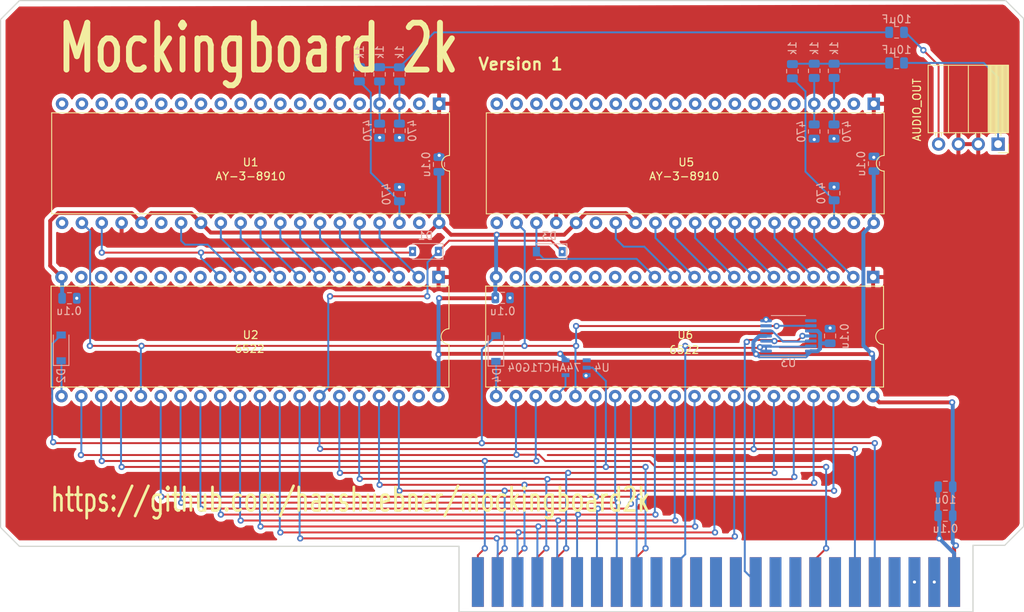
<source format=kicad_pcb>
(kicad_pcb (version 20211014) (generator pcbnew)
  (title_block (title "Apple II 32-GPIO Card") (date "2018-09-14") (rev "0.1") (company "Scott Alfter"))
  (layers (0 "F.Cu" signal) (31 "B.Cu" signal) (34 "B.Paste" user) (35 "F.Paste" user) (36 "B.SilkS" user "B.Silkscreen") (37 "F.SilkS" user "F.Silkscreen") (38 "B.Mask" user) (39 "F.Mask" user) (44 "Edge.Cuts" user))
  (net 0 "")
  (net 1 "Net-(C2-Pad1)")
  (net 2 "AUDIO_R")
  (net 3 "7M")
  (net 4 "AUDIO_L")
  (net 5 "Net-(R1-Pad1)")
  (net 6 "PB0")
  (net 7 "PB1")
  (net 8 "PB2")
  (net 9 "Net-(R3-Pad1)")
  (net 10 "Net-(R11-Pad1)")
  (net 11 "Net-(R12-Pad1)")
  (net 12 "PD0")
  (net 13 "PD1")
  (net 14 "PD2")
  (net 15 "VCC")
  (net 16 "GND")
  (net 17 "Net-(P1-Pad24)")
  (net 18 "Net-(P1-Pad23)")
  (net 19 "Net-(R10-Pad1)")
  (net 20 "Net-(U3-Pad12)")
  (net 21 "R~{W}")
  (net 23 "A3")
  (net 24 "A2")
  (net 25 "A1")
  (net 26 "A0")
  (net 27 "~{IOSEL}")
  (net 28 "~{IRQ}")
  (net 29 "~{RES}")
  (net 30 "PHI0")
  (net 34 "D0")
  (net 35 "D1")
  (net 36 "D2")
  (net 37 "D3")
  (net 38 "D4")
  (net 39 "D5")
  (net 40 "D6")
  (net 41 "D7")
  (net 42 "A7")
  (net 44 "PHI2")
  (net 47 "Net-(C1-Pad1)")
  (net 48 "Net-(D2-Pad1)")
  (net 69 "Net-(U4-Pad4)")
  (net 71 "Net-(D4-Pad1)")
  (net 72 "Net-(R2-Pad1)")
  (net 76 "Net-(U1-Pad30)")
  (net 77 "Net-(U1-Pad31)")
  (net 78 "Net-(U1-Pad32)")
  (net 79 "Net-(U1-Pad33)")
  (net 80 "Net-(U1-Pad34)")
  (net 81 "Net-(U1-Pad35)")
  (net 82 "Net-(U1-Pad36)")
  (net 83 "Net-(U1-Pad37)")
  (net 120 "Net-(U5-Pad30)")
  (net 121 "Net-(U5-Pad31)")
  (net 122 "Net-(U5-Pad32)")
  (net 123 "Net-(U5-Pad33)")
  (net 124 "Net-(U5-Pad34)")
  (net 125 "Net-(U5-Pad35)")
  (net 126 "Net-(U5-Pad36)")
  (net 127 "Net-(U5-Pad37)")
  (footprint "apple2-bus:Male_Card-Edge_50_pin__100_mil" (layer "F.Cu") (at 167.259 139.446)
    (fp_text reference "P1" hide)
    (fp_text value "A2Bus" hide)
  )
  (footprint "Package_DIP:DIP-40_W15.24mm" (layer "F.Cu") (at 131.747358 100.411 -90)
    (fp_text reference "U2")
    (fp_text value "6522")
  )
  (footprint "Package_DIP:DIP-40_W15.24mm" (layer "F.Cu") (at 131.821 78.227 -90)
    (fp_text reference "U1")
    (fp_text value "AY-3-8910")
  )
  (footprint "Connector_PinSocket_2.54mm:PinSocket_1x04_P2.54mm_Horizontal" (layer "F.Cu") (at 203.367 83.394 -90)
    (fp_text reference "J1" hide)
    (fp_text value "AUDIO_OUT")
  )
  (footprint "Package_DIP:DIP-40_W15.24mm" (layer "F.Cu") (at 187.452 78.232 -90)
    (fp_text reference "U5")
    (fp_text value "AY-3-8910")
  )
  (footprint "Package_DIP:DIP-40_W15.24mm" (layer "F.Cu") (at 187.373358 100.411 -90)
    (fp_text reference "U6")
    (fp_text value "6522")
  )
  (footprint "Capacitor_SMD:C_0805_2012Metric" (layer "B.Cu") (at 196.6214 127.254 180)
    (fp_text reference "C3" hide)
    (fp_text value "10u")
  )
  (footprint "Capacitor_SMD:C_0805_2012Metric" (layer "B.Cu") (at 187.4774 85.9028 90)
    (fp_text reference "C4" hide)
    (fp_text value "0.1u")
  )
  (footprint "Capacitor_SMD:C_0805_2012Metric" (layer "B.Cu") (at 139.954 103.0732)
    (fp_text reference "C5" hide)
    (fp_text value "0.1u")
  )
  (footprint "Capacitor_SMD:C_0805_2012Metric" (layer "B.Cu") (at 181.864 107.95 90)
    (fp_text reference "C6" hide)
    (fp_text value "0.1u")
  )
  (footprint "Capacitor_SMD:C_0805_2012Metric" (layer "B.Cu") (at 84.5035 103.124)
    (fp_text reference "C7" hide)
    (fp_text value "0.1u")
  )
  (footprint "Capacitor_SMD:C_0805_2012Metric" (layer "B.Cu") (at 131.8006 86.0044 90)
    (fp_text reference "C8" hide)
    (fp_text value "0.1u")
  )
  (footprint "Capacitor_SMD:C_0805_2012Metric" (layer "B.Cu") (at 196.6214 130.9624 180)
    (fp_text reference "C9" hide)
    (fp_text value "0.1u")
  )
  (footprint "Diode_SMD:D_SOD-123" (layer "B.Cu") (at 83.439 109.474 90)
    (fp_text reference "D2")
    (fp_text value "BAT54GW")
  )
  (footprint "Diode_SMD:D_SOD-123" (layer "B.Cu") (at 139.08991 109.553625 90)
    (fp_text reference "D4")
    (fp_text value "BAT54GW")
  )
  (footprint "Resistor_SMD:R_0805_2012Metric" (layer "B.Cu") (at 182.372 74.0175 90)
    (fp_text reference "R8" hide)
    (fp_text value "1k")
  )
  (footprint "Resistor_SMD:R_0805_2012Metric" (layer "B.Cu") (at 182.375873 89.674312 90)
    (fp_text reference "R12" hide)
    (fp_text value "470")
  )
  (footprint "Capacitor_SMD:C_0805_2012Metric" (layer "B.Cu") (at 190.373 69.088)
    (fp_text reference "C1" hide)
    (fp_text value "10μF")
  )
  (footprint "Diode_SMD:D_SOD-123" (layer "B.Cu") (at 145.923 97.155 180)
    (fp_text reference "D3")
    (fp_text value "BAT54GW")
  )
  (footprint "Resistor_SMD:R_0805_2012Metric" (layer "B.Cu") (at 179.832 74.0175 90)
    (fp_text reference "R7" hide)
    (fp_text value "1k")
  )
  (footprint "Resistor_SMD:R_0805_2012Metric" (layer "B.Cu") (at 182.360676 81.785014 -90)
    (fp_text reference "R11" hide)
    (fp_text value "470")
  )
  (footprint "74ahct1g04:74AHCT1G04W5-7" (layer "B.Cu") (at 149.352 112.014 180)
    (fp_text reference "U4")
    (fp_text value "74AHCT1G04")
  )
  (footprint "Resistor_SMD:R_0805_2012Metric" (layer "B.Cu") (at 126.735478 81.679728 -90)
    (fp_text reference "R5" hide)
    (fp_text value "470")
  )
  (footprint "Resistor_SMD:R_0805_2012Metric" (layer "B.Cu") (at 179.824981 81.785014 -90)
    (fp_text reference "R10" hide)
    (fp_text value "470")
  )
  (footprint "Diode_SMD:D_SOD-123" (layer "B.Cu") (at 130.0734 97.1296 180)
    (fp_text reference "D1")
    (fp_text value "BAT54GW")
  )
  (footprint "Resistor_SMD:R_0805_2012Metric" (layer "B.Cu") (at 124.197612 81.682629 -90)
    (fp_text reference "R4" hide)
    (fp_text value "470")
  )
  (footprint "Package_SO:TSSOP-14_4.4x5mm_P0.65mm" (layer "B.Cu") (at 176.53 107.95)
    (fp_text reference "U3")
    (fp_text value "74HCT74")
  )
  (footprint "Resistor_SMD:R_0805_2012Metric" (layer "B.Cu") (at 126.739416 74.472193 90)
    (fp_text reference "R2" hide)
    (fp_text value "1k")
  )
  (footprint "Resistor_SMD:R_0805_2012Metric" (layer "B.Cu") (at 124.193075 74.460087 90)
    (fp_text reference "R1" hide)
    (fp_text value "1k")
  )
  (footprint "Resistor_SMD:R_0805_2012Metric" (layer "B.Cu") (at 121.621733 74.452124 90)
    (fp_text reference "R3" hide)
    (fp_text value "1k")
  )
  (footprint "Capacitor_SMD:C_0805_2012Metric" (layer "B.Cu") (at 190.373 73.0015)
    (fp_text reference "C2" hide)
    (fp_text value "10μF")
  )
  (footprint "Resistor_SMD:R_0805_2012Metric" (layer "B.Cu") (at 177.038 74.0645 90)
    (fp_text reference "R9" hide)
    (fp_text value "1k")
  )
  (footprint "Resistor_SMD:R_0805_2012Metric" (layer "B.Cu") (at 126.739686 89.800431 90)
    (fp_text reference "R6" hide)
    (fp_text value "470")
  )
  (gr_line (start 204.343 65.024) (end 78.105 65.024) (layer "Edge.Cuts") (width 0.15))
  (gr_line (start 75.692 67.437) (end 75.692 132.461) (layer "Edge.Cuts") (width 0.15))
  (gr_line (start 200.152 134.747) (end 204.216 134.747) (layer "Edge.Cuts") (width 0.15))
  (gr_line (start 204.216 134.747) (end 206.629 132.334) (layer "Edge.Cuts") (width 0.15))
  (gr_line (start 134.366 134.874) (end 134.366 143.256) (layer "Edge.Cuts") (width 0.15))
  (gr_line (start 75.692 132.461) (end 78.105 134.874) (layer "Edge.Cuts") (width 0.15))
  (gr_line (start 206.629 132.334) (end 206.629 67.31) (layer "Edge.Cuts") (width 0.15))
  (gr_line (start 134.366 143.256) (end 200.152 143.256) (layer "Edge.Cuts") (width 0.15))
  (gr_line (start 78.105 134.874) (end 134.366 134.874) (layer "Edge.Cuts") (width 0.15))
  (gr_line (start 200.152 143.256) (end 200.152 134.747) (layer "Edge.Cuts") (width 0.15))
  (gr_line (start 78.105 65.024) (end 75.692 67.437) (layer "Edge.Cuts") (width 0.15))
  (gr_line (start 206.629 67.31) (end 204.343 65.024) (layer "Edge.Cuts") (width 0.15))
  (gr_text "Version 1" (at 142.24 73.152) (layer "F.SilkS") (effects (font (size 1.5 1.5) (thickness 0.3))))
  (gr_text "Mockingboard 2k" (at 82.677 71.12) (layer "F.SilkS") (effects (font (size 6 4) (thickness 0.75)) (justify left)))
  (gr_text "https://github.com/hanshuebner/mockingboard2k" (at 81.915 128.905) (layer "F.SilkS") (effects (font (size 3 2) (thickness 0.35)) (justify left)))
  (segment (start 179.832 73.105) (end 182.372 73.105) (width 0.25) (layer "B.Cu") (net 1))
  (segment (start 177.085 73.105) (end 179.832 73.105) (width 0.25) (layer "B.Cu") (net 1))
  (segment (start 182.372 73.105) (end 189.3195 73.105) (width 0.25) (layer "B.Cu") (net 1))
  (segment (start 177.038 73.152) (end 177.085 73.105) (width 0.25) (layer "B.Cu") (net 1))
  (segment (start 189.3195 73.105) (end 189.423 73.0015) (width 0.25) (layer "B.Cu") (net 1))
  (segment (start 203.367 74.843) (end 203.367 83.394) (width 0.25) (layer "B.Cu") (net 2))
  (segment (start 191.323 73.0015) (end 201.5255 73.0015) (width 0.25) (layer "B.Cu") (net 2))
  (segment (start 201.5255 73.0015) (end 203.367 74.843) (width 0.25) (layer "B.Cu") (net 2))
  (segment (start 171.196 108.458) (end 171.196 108.712) (width 0.25) (layer "F.Cu") (net 3))
  (segment (start 174.595204 108.458) (end 171.196 108.458) (width 0.25) (layer "F.Cu") (net 3))
  (segment (start 177.672795 108.6) (end 178.322795 107.95) (width 0.25) (layer "F.Cu") (net 3))
  (segment (start 174.737204 108.6) (end 174.595204 108.458) (width 0.25) (layer "F.Cu") (net 3))
  (segment (start 174.737204 108.6) (end 177.672795 108.6) (width 0.25) (layer "F.Cu") (net 3))
  (via (at 174.737204 108.6) (size 0.8) (drill 0.4) (layers "F.Cu" "B.Cu") (net 3))
  (via (at 178.322795 107.95) (size 0.8) (drill 0.4) (layers "F.Cu" "B.Cu") (net 3))
  (via (at 171.196 108.712) (size 0.8) (drill 0.4) (layers "F.Cu" "B.Cu") (net 3))
  (segment (start 170.942 108.966) (end 171.196 108.712) (width 0.25) (layer "B.Cu") (net 3))
  (segment (start 178.322795 107.95) (end 179.3925 107.95) (width 0.25) (layer "B.Cu") (net 3))
  (segment (start 170.942 138.049) (end 170.942 108.966) (width 0.25) (layer "B.Cu") (net 3))
  (segment (start 172.339 139.446) (end 170.942 138.049) (width 0.25) (layer "B.Cu") (net 3))
  (segment (start 174.737204 108.6) (end 173.6675 108.6) (width 0.25) (layer "B.Cu") (net 3))
  (segment (start 195.747 73.319) (end 193.802 71.374) (width 0.25) (layer "F.Cu") (net 4))
  (segment (start 195.747 83.394) (end 195.747 73.319) (width 0.25) (layer "F.Cu") (net 4))
  (via (at 193.802 71.374) (size 0.8) (drill 0.4) (layers "F.Cu" "B.Cu") (net 4))
  (segment (start 191.323 69.088) (end 191.516 69.088) (width 0.25) (layer "B.Cu") (net 4))
  (segment (start 191.516 69.088) (end 193.802 71.374) (width 0.25) (layer "B.Cu") (net 4))
  (segment (start 124.193075 75.372587) (end 124.201 75.380512) (width 0.25) (layer "B.Cu") (net 5))
  (segment (start 124.201 75.380512) (end 124.201 78.227) (width 0.25) (layer "B.Cu") (net 5))
  (segment (start 124.201 78.227) (end 124.201 80.766741) (width 0.25) (layer "B.Cu") (net 5))
  (segment (start 124.201 80.766741) (end 124.197612 80.770129) (width 0.25) (layer "B.Cu") (net 5))
  (segment (start 103.881 95.404642) (end 103.881 93.467) (width 0.25) (layer "B.Cu") (net 6))
  (segment (start 108.887358 100.411) (end 103.881 95.404642) (width 0.25) (layer "B.Cu") (net 6))
  (segment (start 102.202358 96.266) (end 99.314 96.266) (width 0.25) (layer "B.Cu") (net 7))
  (segment (start 98.801 95.753) (end 98.801 93.467) (width 0.25) (layer "B.Cu") (net 7))
  (segment (start 106.347358 100.411) (end 102.202358 96.266) (width 0.25) (layer "B.Cu") (net 7))
  (segment (start 99.314 96.266) (end 98.801 95.753) (width 0.25) (layer "B.Cu") (net 7))
  (segment (start 88.646 97.282) (end 128.271 97.282) (width 0.25) (layer "F.Cu") (net 8))
  (segment (start 128.271 97.282) (end 128.4234 97.1296) (width 0.25) (layer "F.Cu") (net 8))
  (via (at 88.646 97.282) (size 0.8) (drill 0.4) (layers "F.Cu" "B.Cu") (net 8))
  (via (at 128.4234 97.1296) (size 0.8) (drill 0.4) (layers "F.Cu" "B.Cu") (net 8))
  (via (at 101.346 97.282) (size 0.8) (drill 0.4) (layers "F.Cu" "B.Cu") (net 8))
  (segment (start 88.641 97.277) (end 88.641 93.467) (width 0.25) (layer "B.Cu") (net 8))
  (segment (start 103.807358 100.411) (end 101.346 97.949642) (width 0.25) (layer "B.Cu") (net 8))
  (segment (start 101.346 97.949642) (end 101.346 97.282) (width 0.25) (layer "B.Cu") (net 8))
  (segment (start 88.646 97.282) (end 88.641 97.277) (width 0.25) (layer "B.Cu") (net 8))
  (segment (start 126.739686 90.712931) (end 123.076489 87.049734) (width 0.25) (layer "B.Cu") (net 9))
  (segment (start 123.076489 87.049734) (end 123.076489 76.81938) (width 0.25) (layer "B.Cu") (net 9))
  (segment (start 126.741 93.467) (end 126.741 90.714245) (width 0.25) (layer "B.Cu") (net 9))
  (segment (start 123.076489 76.81938) (end 121.621733 75.364624) (width 0.25) (layer "B.Cu") (net 9))
  (segment (start 126.741 90.714245) (end 126.739686 90.712931) (width 0.25) (layer "B.Cu") (net 9))
  (segment (start 182.372 80.86119) (end 182.372 78.232) (width 0.25) (layer "B.Cu") (net 10))
  (segment (start 182.360676 80.872514) (end 182.372 80.86119) (width 0.25) (layer "B.Cu") (net 10))
  (segment (start 182.372 78.232) (end 182.372 74.93) (width 0.25) (layer "B.Cu") (net 10))
  (segment (start 182.375873 90.586812) (end 178.707489 86.918428) (width 0.25) (layer "B.Cu") (net 11))
  (segment (start 182.372 90.590685) (end 182.372 93.472) (width 0.25) (layer "B.Cu") (net 11))
  (segment (start 178.707489 86.918428) (end 178.707489 76.646489) (width 0.25) (layer "B.Cu") (net 11))
  (segment (start 178.707489 76.646489) (end 177.038 74.977) (width 0.25) (layer "B.Cu") (net 11))
  (segment (start 182.375873 90.586812) (end 182.372 90.590685) (width 0.25) (layer "B.Cu") (net 11))
  (segment (start 164.513358 100.411) (end 159.512 95.409642) (width 0.25) (layer "B.Cu") (net 12))
  (segment (start 159.512 95.409642) (end 159.512 93.472) (width 0.25) (layer "B.Cu") (net 12))
  (segment (start 154.432 95.504) (end 154.432 93.472) (width 0.25) (layer "B.Cu") (net 13))
  (segment (start 158.082358 96.52) (end 155.448 96.52) (width 0.25) (layer "B.Cu") (net 13))
  (segment (start 161.973358 100.411) (end 158.082358 96.52) (width 0.25) (layer "B.Cu") (net 13))
  (segment (start 155.448 96.52) (end 154.432 95.504) (width 0.25) (layer "B.Cu") (net 13))
  (segment (start 144.273 93.473) (end 144.272 93.472) (width 0.25) (layer "B.Cu") (net 14))
  (segment (start 144.273 97.155) (end 144.273 93.473) (width 0.25) (layer "B.Cu") (net 14))
  (segment (start 157.101869 98.079511) (end 159.433358 100.411) (width 0.25) (layer "B.Cu") (net 14))
  (segment (start 144.273 97.155) (end 145.197511 98.079511) (width 0.25) (layer "B.Cu") (net 14))
  (segment (start 145.197511 98.079511) (end 157.101869 98.079511) (width 0.25) (layer "B.Cu") (net 14))
  (segment (start 100.091489 92.217489) (end 94.970511 92.217489) (width 0.5) (layer "F.Cu") (net 15))
  (segment (start 138.9657 103.124) (end 139.0165 103.0732) (width 0.5) (layer "F.Cu") (net 15))
  (segment (start 188.173357 116.450999) (end 197.476999 116.450999) (width 0.5) (layer "F.Cu") (net 15))
  (segment (start 93.721 93.467) (end 92.471489 92.217489) (width 0.5) (layer "F.Cu") (net 15))
  (segment (start 131.826 110.236) (end 131.747358 110.314642) (width 0.5) (layer "F.Cu") (net 15))
  (segment (start 130.571489 94.716511) (end 102.590511 94.716511) (width 0.5) (layer "F.Cu") (net 15))
  (segment (start 197.739 135.001) (end 197.958688 134.781312) (width 0.5) (layer "F.Cu") (net 15))
  (segment (start 82.042 98.965642) (end 83.487358 100.411) (width 0.5) (layer "F.Cu") (net 15))
  (segment (start 102.590511 94.716511) (end 101.341 93.467) (width 0.5) (layer "F.Cu") (net 15))
  (segment (start 149.352 93.472) (end 150.601511 92.222489) (width 0.5) (layer "F.Cu") (net 15))
  (segment (start 133.35 94.996) (end 131.821 93.467) (width 0.5) (layer "F.Cu") (net 15))
  (segment (start 187.373358 115.651) (end 188.173357 116.450999) (width 0.5) (layer "F.Cu") (net 15))
  (segment (start 94.970511 92.217489) (end 93.721 93.467) (width 0.5) (layer "F.Cu") (net 15))
  (segment (start 101.341 93.467) (end 100.091489 92.217489) (width 0.5) (layer "F.Cu") (net 15))
  (segment (start 83.043435 92.217489) (end 82.042 93.218924) (width 0.5) (layer "F.Cu") (net 15))
  (segment (start 149.352 93.472) (end 147.828 94.996) (width 0.5) (layer "F.Cu") (net 15))
  (segment (start 92.471489 92.217489) (end 83.043435 92.217489) (width 0.5) (layer "F.Cu") (net 15))
  (segment (start 150.601511 92.222489) (end 155.722489 92.222489) (width 0.5) (layer "F.Cu") (net 15))
  (segment (start 131.826 103.124) (end 138.9657 103.124) (width 0.5) (layer "F.Cu") (net 15))
  (segment (start 131.821 93.467) (end 130.571489 94.716511) (width 0.5) (layer "F.Cu") (net 15))
  (segment (start 82.042 93.218924) (end 82.042 98.965642) (width 0.5) (layer "F.Cu") (net 15))
  (segment (start 147.32 110.236) (end 131.826 110.236) (width 0.5) (layer "F.Cu") (net 15))
  (segment (start 155.722489 92.222489) (end 156.972 93.472) (width 0.5) (layer "F.Cu") (net 15))
  (segment (start 197.739 139.446) (end 197.739 135.001) (width 0.5) (layer "F.Cu") (net 15))
  (segment (start 147.828 94.996) (end 139.192 94.996) (width 0.5) (layer "F.Cu") (net 15))
  (segment (start 133.35 94.996) (end 139.192 94.996) (width 0.5) (layer "F.Cu") (net 15))
  (segment (start 187.166313 110.267687) (end 172.383745 110.267687) (width 0.5) (layer "F.Cu") (net 15))
  (segment (start 172.352058 110.236) (end 172.383745 110.267687) (width 0.5) (layer "F.Cu") (net 15))
  (segment (start 187.198 110.236) (end 187.166313 110.267687) (width 0.5) (layer "F.Cu") (net 15))
  (segment (start 147.32 110.236) (end 172.352058 110.236) (width 0.5) (layer "F.Cu") (net 15))
  (via (at 197.476999 116.450999) (size 0.8) (drill 0.4) (layers "F.Cu" "B.Cu") (net 15))
  (via (at 197.958688 134.781312) (size 0.8) (drill 0.4) (layers "F.Cu" "B.Cu") (net 15))
  (via (at 187.198 110.236) (size 0.8) (drill 0.4) (layers "F.Cu" "B.Cu") (net 15))
  (via (at 147.32 110.236) (size 0.8) (drill 0.4) (layers "F.Cu" "B.Cu") (net 15))
  (via (at 139.0165 103.0732) (size 0.8) (drill 0.4) (layers "F.Cu" "B.Cu") (net 15))
  (via (at 131.826 103.124) (size 0.8) (drill 0.4) (layers "F.Cu" "B.Cu") (net 15))
  (via (at 139.192 94.996) (size 0.8) (drill 0.4) (layers "F.Cu" "B.Cu") (net 15))
  (via (at 172.383745 110.267687) (size 0.8) (drill 0.4) (layers "F.Cu" "B.Cu") (net 15))
  (via (at 131.747358 110.314642) (size 0.8) (drill 0.4) (layers "F.Cu" "B.Cu") (net 15))
  (segment (start 180.57952 109.577618) (end 180.257138 109.9) (width 0.5) (layer "B.Cu") (net 15))
  (segment (start 186.123847 94.800153) (end 186.123847 109.161847) (width 0.5) (layer "B.Cu") (net 15))
  (segment (start 131.747358 110.314642) (end 131.747358 103.202642) (width 0.5) (layer "B.Cu") (net 15))
  (segment (start 186.123847 109.161847) (end 187.198 110.236) (width 0.5) (layer "B.Cu") (net 15))
  (segment (start 197.5589 116.5329) (end 197.476999 116.450999) (width 0.5) (layer "B.Cu") (net 15))
  (segment (start 197.5589 134.381524) (end 197.958688 134.781312) (width 0.5) (layer "B.Cu") (net 15))
  (segment (start 83.566 100.489642) (end 83.487358 100.411) (width 0.5) (layer "B.Cu") (net 15))
  (segment (start 187.373358 110.411358) (end 187.198 110.236) (width 0.5) (layer "B.Cu") (net 15))
  (segment (start 139.113358 95.074642) (end 139.192 94.996) (width 0.5) (layer "B.Cu") (net 15))
  (segment (start 173.6675 107.95) (end 172.802862 107.95) (width 0.5) (layer "B.Cu") (net 15))
  (segment (start 179.3925 107.3) (end 180.257138 107.3) (width 0.5) (layer "B.Cu") (net 15))
  (segment (start 83.566 103.124) (end 83.566 100.489642) (width 0.5) (layer "B.Cu") (net 15))
  (segment (start 187.452 93.472) (end 186.123847 94.800153) (width 0.5) (layer "B.Cu") (net 15))
  (segment (start 131.8006 86.9419) (end 131.821 86.9623) (width 0.5) (layer "B.Cu") (net 15))
  (segment (start 139.0165 100.507858) (end 139.113358 100.411) (width 0.5) (layer "B.Cu") (net 15))
  (segment (start 197.5589 130.9624) (end 197.5589 134.381524) (width 0.5) (layer "B.Cu") (net 15))
  (segment (start 172.036394 109.072983) (end 172.036394 109.783532) (width 0.5) (layer "B.Cu") (net 15))
  (segment (start 180.257138 109.9) (end 179.3925 109.9) (width 0.5) (layer "B.Cu") (net 15))
  (segment (start 172.802382 110.54952) (end 178.74298 110.54952) (width 0.5) (layer "B.Cu") (net 15))
  (segment (start 131.821 86.9623) (end 131.821 93.467) (width 0.5) (layer "B.Cu") (net 15))
  (segment (start 197.5589 127.254) (end 197.5589 116.5329) (width 0.5) (layer "B.Cu") (net 15))
  (segment (start 147.999201 110.915201) (end 147.32 110.236) (width 0.5) (layer "B.Cu") (net 15))
  (segment (start 197.5589 130.9624) (end 197.5589 127.254) (width 0.5) (layer "B.Cu") (net 15))
  (segment (start 172.045501 108.707361) (end 172.045501 109.063876) (width 0.5) (layer "B.Cu") (net 15))
  (segment (start 187.373358 115.651) (end 187.373358 110.411358) (width 0.5) (layer "B.Cu") (net 15))
  (segment (start 147.999201 111.063999) (end 147.999201 110.915201) (width 0.5) (layer "B.Cu") (net 15))
  (segment (start 178.74298 110.54952) (end 179.3925 109.9) (width 0.5) (layer "B.Cu") (net 15))
  (segment (start 180.257138 107.3) (end 180.57952 107.622382) (width 0.5) (layer "B.Cu") (net 15))
  (segment (start 139.113358 100.411) (end 139.113358 95.074642) (width 0.5) (layer "B.Cu") (net 15))
  (segment (start 172.036394 109.783532) (end 172.802382 110.54952) (width 0.5) (layer "B.Cu") (net 15))
  (segment (start 180.57952 107.622382) (end 180.57952 108.95152) (width 0.5) (layer "B.Cu") (net 15))
  (segment (start 181.864 108.8875) (end 180.64354 108.8875) (width 0.5) (layer "B.Cu") (net 15))
  (segment (start 187.452 86.8657) (end 187.452 93.472) (width 0.5) (layer "B.Cu") (net 15))
  (segment (start 187.4774 86.8403) (end 187.452 86.8657) (width 0.5) (layer "B.Cu") (net 15))
  (segment (start 180.57952 108.95152) (end 180.57952 109.577618) (width 0.5) (layer "B.Cu") (net 15))
  (segment (start 180.64354 108.8875) (end 180.57952 108.95152) (width 0.5) (layer "B.Cu") (net 15))
  (segment (start 131.747358 103.202642) (end 131.826 103.124) (width 0.5) (layer "B.Cu") (net 15))
  (segment (start 172.045501 109.063876) (end 172.036394 109.072983) (width 0.5) (layer "B.Cu") (net 15))
  (segment (start 139.0165 103.0732) (end 139.0165 100.507858) (width 0.5) (layer "B.Cu") (net 15))
  (segment (start 172.802862 107.95) (end 172.045501 108.707361) (width 0.5) (layer "B.Cu") (net 15))
  (segment (start 131.747358 115.651) (end 131.747358 110.314642) (width 0.5) (layer "B.Cu") (net 15))
  (via (at 179.832 82.804) (size 0.8) (drill 0.4) (layers "F.Cu" "B.Cu") (net 16))
  (via (at 126.746 82.55) (size 0.8) (drill 0.4) (layers "F.Cu" "B.Cu") (net 16))
  (via (at 182.360676 82.697514) (size 0.8) (drill 0.4) (layers "F.Cu" "B.Cu") (net 16))
  (via (at 85.441 103.124) (size 0.8) (drill 0.4) (layers "F.Cu" "B.Cu") (net 16))
  (via (at 182.372 88.9) (size 0.8) (drill 0.4) (layers "F.Cu" "B.Cu") (net 16))
  (via (at 124.206 82.55) (size 0.8) (drill 0.4) (layers "F.Cu" "B.Cu") (net 16))
  (via (at 150.622 113.03) (size 0.8) (drill 0.4) (layers "F.Cu" "B.Cu") (net 16))
  (via (at 187.452 85.09) (size 0.8) (drill 0.4) (layers "F.Cu" "B.Cu") (net 16))
  (via (at 181.864 106.934) (size 0.8) (drill 0.4) (layers "F.Cu" "B.Cu") (net 16))
  (via (at 195.834 133.858) (size 0.8) (drill 0.4) (layers "F.Cu" "B.Cu") (net 16))
  (via (at 131.826 84.836) (size 0.8) (drill 0.4) (layers "F.Cu" "B.Cu") (net 16))
  (via (at 126.746 88.9) (size 0.8) (drill 0.4) (layers "F.Cu" "B.Cu") (net 16))
  (via (at 173.6675 105.8505) (size 0.8) (drill 0.4) (layers "F.Cu" "B.Cu") (net 16))
  (via (at 140.8915 103.0732) (size 0.8) (drill 0.4) (layers "F.Cu" "B.Cu") (net 16))
  (segment (start 124.197612 82.595129) (end 124.197612 82.558388) (width 0.5) (layer "B.Cu") (net 16))
  (segment (start 197.739 135.763) (end 195.834 133.858) (width 0.5) (layer "B.Cu") (net 16))
  (segment (start 187.4774 85.0646) (end 187.452 85.09) (width 0.5) (layer "B.Cu") (net 16))
  (segment (start 179.824981 82.697514) (end 179.824981 82.796981) (width 0.5) (layer "B.Cu") (net 16))
  (segment (start 131.8006 85.0669) (end 131.8006 84.8614) (width 0.5) (layer "B.Cu") (net 16))
  (segment (start 131.8006 84.8614) (end 131.826 84.836) (width 0.5) (layer "B.Cu") (net 16))
  (segment (start 126.735478 82.592228) (end 126.735478 82.560522) (width 0.5) (layer "B.Cu") (net 16))
  (segment (start 197.739 139.446) (end 197.739 135.763) (width 0.5) (layer "B.Cu") (net 16))
  (segment (start 195.6839 130.9624) (end 195.6839 127.254) (width 0.5) (layer "B.Cu") (net 16))
  (segment (start 124.197612 82.558388) (end 124.206 82.55) (width 0.5) (layer "B.Cu") (net 16))
  (segment (start 195.834 131.1125) (end 195.6839 130.9624) (width 0.5) (layer "B.Cu") (net 16))
  (segment (start 150.704799 112.964001) (end 150.687999 112.964001) (width 0.5) (layer "B.Cu") (net 16))
  (segment (start 195.834 133.858) (end 195.834 131.1125) (width 0.5) (layer "B.Cu") (net 16))
  (segment (start 182.375873 88.896127) (end 182.372 88.9) (width 0.5) (layer "B.Cu") (net 16))
  (segment (start 126.739686 88.893686) (end 126.746 88.9) (width 0.5) (layer "B.Cu") (net 16))
  (segment (start 126.735478 82.560522) (end 126.746 82.55) (width 0.5) (layer "B.Cu") (net 16))
  (segment (start 182.375873 88.761812) (end 182.375873 88.896127) (width 0.5) (layer "B.Cu") (net 16))
  (segment (start 179.824981 82.796981) (end 179.832 82.804) (width 0.5) (layer "B.Cu") (net 16))
  (segment (start 181.864 107.0125) (end 181.864 106.934) (width 0.5) (layer "B.Cu") (net 16))
  (segment (start 187.4774 84.9653) (end 187.4774 85.0646) (width 0.5) (layer "B.Cu") (net 16))
  (segment (start 150.687999 112.964001) (end 150.622 113.03) (width 0.5) (layer "B.Cu") (net 16))
  (segment (start 126.739686 88.887931) (end 126.739686 88.893686) (width 0.5) (layer "B.Cu") (net 16))
  (segment (start 173.6675 106) (end 173.6675 105.8505) (width 0.5) (layer "B.Cu") (net 16))
  (via (at 195.199 139.446) (size 0.8) (drill 0.4) (layers "F.Cu" "B.Cu") (net 17))
  (via (at 192.659 139.446) (size 0.8) (drill 0.4) (layers "F.Cu" "B.Cu") (net 18))
  (segment (start 179.832 78.232) (end 179.832 74.93) (width 0.25) (layer "B.Cu") (net 19))
  (segment (start 179.824981 80.872514) (end 179.832 80.865495) (width 0.25) (layer "B.Cu") (net 19))
  (segment (start 179.832 80.865495) (end 179.832 78.232) (width 0.25) (layer "B.Cu") (net 19))
  (segment (start 158.75 123.952) (end 145.415 123.952) (width 0.25) (layer "F.Cu") (net 21))
  (segment (start 141.6945 123.19) (end 85.979 123.19) (width 0.25) (layer "F.Cu") (net 21))
  (segment (start 141.732 123.1525) (end 141.6945 123.19) (width 0.25) (layer "F.Cu") (net 21))
  (segment (start 179.959 136.525) (end 181.356 135.128) (width 0.25) (layer "F.Cu") (net 21))
  (segment (start 159.512 124.714) (end 158.75 123.952) (width 0.25) (layer "F.Cu") (net 21))
  (segment (start 145.415 123.952) (end 144.6155 123.1525) (width 0.25) (layer "F.Cu") (net 21))
  (segment (start 181.356 124.714) (end 159.512 124.714) (width 0.25) (layer "F.Cu") (net 21))
  (segment (start 179.959 139.446) (end 179.959 136.525) (width 0.25) (layer "F.Cu") (net 21))
  (segment (start 144.6155 123.1525) (end 141.732 123.1525) (width 0.25) (layer "F.Cu") (net 21))
  (via (at 85.979 123.19) (size 0.8) (drill 0.4) (layers "F.Cu" "B.Cu") (net 21))
  (via (at 181.356 124.714) (size 0.8) (drill 0.4) (layers "F.Cu" "B.Cu") (net 21))
  (via (at 181.356 135.128) (size 0.8) (drill 0.4) (layers "F.Cu" "B.Cu") (net 21))
  (via (at 141.732 123.1525) (size 0.8) (drill 0.4) (layers "F.Cu" "B.Cu") (net 21))
  (segment (start 141.653358 115.651) (end 141.653358 123.073858) (width 0.25) (layer "B.Cu") (net 21))
  (segment (start 86.027358 115.651) (end 86.027358 123.141642) (width 0.25) (layer "B.Cu") (net 21))
  (segment (start 86.027358 123.141642) (end 85.979 123.19) (width 0.25) (layer "B.Cu") (net 21))
  (segment (start 141.653358 123.073858) (end 141.732 123.1525) (width 0.25) (layer "B.Cu") (net 21))
  (segment (start 181.356 135.128) (end 181.356 124.714) (width 0.25) (layer "B.Cu") (net 21))
  (segment (start 146.939 139.446) (end 146.939 136.271) (width 0.25) (layer "F.Cu") (net 23))
  (segment (start 148.336 125.476) (end 119.126 125.476) (width 0.25) (layer "F.Cu") (net 23))
  (segment (start 148.336 125.476) (end 174.752 125.476) (width 0.25) (layer "F.Cu") (net 23))
  (segment (start 146.939 136.271) (end 148.082 135.128) (width 0.25) (layer "F.Cu") (net 23))
  (via (at 174.752 125.476) (size 0.8) (drill 0.4) (layers "F.Cu" "B.Cu") (net 23))
  (via (at 119.126 125.476) (size 0.8) (drill 0.4) (layers "F.Cu" "B.Cu") (net 23))
  (via (at 148.336 125.476) (size 0.8) (drill 0.4) (layers "F.Cu" "B.Cu") (net 23))
  (via (at 148.082 135.128) (size 0.8) (drill 0.4) (layers "F.Cu" "B.Cu") (net 23))
  (segment (start 148.082 135.128) (end 148.082 125.73) (width 0.25) (layer "B.Cu") (net 23))
  (segment (start 174.673358 125.397358) (end 174.673358 115.651) (width 0.25) (layer "B.Cu") (net 23))
  (segment (start 119.126 125.476) (end 119.047358 125.397358) (width 0.25) (layer "B.Cu") (net 23))
  (segment (start 148.082 125.73) (end 148.336 125.476) (width 0.25) (layer "B.Cu") (net 23))
  (segment (start 174.752 125.476) (end 174.673358 125.397358) (width 0.25) (layer "B.Cu") (net 23))
  (segment (start 119.047358 125.397358) (end 119.047358 115.651) (width 0.25) (layer "B.Cu") (net 23))
  (segment (start 144.399 139.446) (end 144.399 136.271) (width 0.25) (layer "F.Cu") (net 24))
  (segment (start 144.399 136.271) (end 145.542 135.128) (width 0.25) (layer "F.Cu") (net 24))
  (segment (start 145.644513 126.238) (end 145.682013 126.2755) (width 0.25) (layer "F.Cu") (net 24))
  (segment (start 145.682013 126.2755) (end 177.0005 126.2755) (width 0.25) (layer "F.Cu") (net 24))
  (segment (start 177.0005 126.2755) (end 177.292 125.984) (width 0.25) (layer "F.Cu") (net 24))
  (segment (start 121.666 126.238) (end 145.644513 126.238) (width 0.25) (layer "F.Cu") (net 24))
  (via (at 145.542 135.128) (size 0.8) (drill 0.4) (layers "F.Cu" "B.Cu") (net 24))
  (via (at 121.666 126.238) (size 0.8) (drill 0.4) (layers "F.Cu" "B.Cu") (net 24))
  (via (at 145.682013 126.2755) (size 0.8) (drill 0.4) (layers "F.Cu" "B.Cu") (net 24))
  (via (at 177.292 125.984) (size 0.8) (drill 0.4) (layers "F.Cu" "B.Cu") (net 24))
  (segment (start 177.292 125.984) (end 177.213358 125.905358) (width 0.25) (layer "B.Cu") (net 24))
  (segment (start 121.587358 126.159358) (end 121.587358 115.651) (width 0.25) (layer "B.Cu") (net 24))
  (segment (start 177.213358 125.905358) (end 177.213358 115.651) (width 0.25) (layer "B.Cu") (net 24))
  (segment (start 121.666 126.238) (end 121.587358 126.159358) (width 0.25) (layer "B.Cu") (net 24))
  (segment (start 145.542 126.415513) (end 145.682013 126.2755) (width 0.25) (layer "B.Cu") (net 24))
  (segment (start 145.542 135.128) (end 145.542 126.415513) (width 0.25) (layer "B.Cu") (net 24))
  (segment (start 179.578 127) (end 179.832 126.746) (width 0.25) (layer "F.Cu") (net 25))
  (segment (start 142.748 127) (end 179.578 127) (width 0.25) (layer "F.Cu") (net 25))
  (segment (start 141.859 139.446) (end 141.859 136.017) (width 0.25) (layer "F.Cu") (net 25))
  (segment (start 142.748 127) (end 124.206 127) (width 0.25) (layer "F.Cu") (net 25))
  (segment (start 141.859 136.017) (end 142.748 135.128) (width 0.25) (layer "F.Cu") (net 25))
  (via (at 142.748 135.128) (size 0.8) (drill 0.4) (layers "F.Cu" "B.Cu") (net 25))
  (via (at 142.748 127) (size 0.8) (drill 0.4) (layers "F.Cu" "B.Cu") (net 25))
  (via (at 179.832 126.746) (size 0.8) (drill 0.4) (layers "F.Cu" "B.Cu") (net 25))
  (via (at 124.206 127) (size 0.8) (drill 0.4) (layers "F.Cu" "B.Cu") (net 25))
  (segment (start 179.832 126.746) (end 179.753358 126.667358) (width 0.25) (layer "B.Cu") (net 25))
  (segment (start 179.753358 126.667358) (end 179.753358 115.651) (width 0.25) (layer "B.Cu") (net 25))
  (segment (start 142.748 135.128) (end 142.748 127) (width 0.25) (layer "B.Cu") (net 25))
  (segment (start 124.206 127) (end 124.127358 126.921358) (width 0.25) (layer "B.Cu") (net 25))
  (segment (start 124.127358 126.921358) (end 124.127358 115.651) (width 0.25) (layer "B.Cu") (net 25))
  (segment (start 139.319 136.017) (end 140.208 135.128) (width 0.25) (layer "F.Cu") (net 26))
  (segment (start 140.208 127.762) (end 182.372 127.762) (width 0.25) (layer "F.Cu") (net 26))
  (segment (start 140.208 127.762) (end 126.746 127.762) (width 0.25) (layer "F.Cu") (net 26))
  (segment (start 139.319 139.446) (end 139.319 136.017) (width 0.25) (layer "F.Cu") (net 26))
  (via (at 140.208 127.762) (size 0.8) (drill 0.4) (layers "F.Cu" "B.Cu") (net 26))
  (via (at 182.372 127.762) (size 0.8) (drill 0.4) (layers "F.Cu" "B.Cu") (net 26))
  (via (at 140.208 135.128) (size 0.8) (drill 0.4) (layers "F.Cu" "B.Cu") (net 26))
  (via (at 126.746 127.762) (size 0.8) (drill 0.4) (layers "F.Cu" "B.Cu") (net 26))
  (segment (start 140.208 135.128) (end 140.208 127.762) (width 0.25) (layer "B.Cu") (net 26))
  (segment (start 182.372 127.762) (end 182.293358 127.683358) (width 0.25) (layer "B.Cu") (net 26))
  (segment (start 126.667358 127.683358) (end 126.667358 115.651) (width 0.25) (layer "B.Cu") (net 26))
  (segment (start 182.293358 127.683358) (end 182.293358 115.651) (width 0.25) (layer "B.Cu") (net 26))
  (segment (start 126.746 127.762) (end 126.667358 127.683358) (width 0.25) (layer "B.Cu") (net 26))
  (segment (start 137.668 123.952) (end 88.646 123.952) (width 0.25) (layer "F.Cu") (net 27))
  (segment (start 136.779 136.017) (end 137.668 135.128) (width 0.25) (layer "F.Cu") (net 27))
  (segment (start 136.779 139.446) (end 136.779 136.017) (width 0.25) (layer "F.Cu") (net 27))
  (segment (start 137.668 123.952) (end 144.272 123.952) (width 0.25) (layer "F.Cu") (net 27))
  (via (at 137.668 135.128) (size 0.8) (drill 0.4) (layers "F.Cu" "B.Cu") (net 27))
  (via (at 137.668 123.952) (size 0.8) (drill 0.4) (layers "F.Cu" "B.Cu") (net 27))
  (via (at 88.646 123.952) (size 0.8) (drill 0.4) (layers "F.Cu" "B.Cu") (net 27))
  (via (at 144.272 123.952) (size 0.8) (drill 0.4) (layers "F.Cu" "B.Cu") (net 27))
  (segment (start 88.646 123.952) (end 88.567358 123.873358) (width 0.25) (layer "B.Cu") (net 27))
  (segment (start 144.272 123.952) (end 144.193358 123.873358) (width 0.25) (layer "B.Cu") (net 27))
  (segment (start 144.193358 123.873358) (end 144.193358 115.651) (width 0.25) (layer "B.Cu") (net 27))
  (segment (start 137.668 135.128) (end 137.668 123.952) (width 0.25) (layer "B.Cu") (net 27))
  (segment (start 88.567358 123.873358) (end 88.567358 115.651) (width 0.25) (layer "B.Cu") (net 27))
  (segment (start 82.423 121.539) (end 82.55 121.666) (width 0.25) (layer "F.Cu") (net 28))
  (segment (start 82.55 121.666) (end 137.287 121.666) (width 0.25) (layer "F.Cu") (net 28))
  (segment (start 137.287 121.666) (end 187.579 121.666) (width 0.25) (layer "F.Cu") (net 28))
  (via (at 187.579 121.666) (size 0.8) (drill 0.4) (layers "F.Cu" "B.Cu") (net 28))
  (via (at 82.423 121.539) (size 0.8) (drill 0.4) (layers "F.Cu" "B.Cu") (net 28))
  (via (at 137.287 121.666) (size 0.8) (drill 0.4) (layers "F.Cu" "B.Cu") (net 28))
  (segment (start 83.439 107.824) (end 82.296 108.967) (width 0.25) (layer "B.Cu") (net 28))
  (segment (start 82.296 121.412) (end 82.423 121.539) (width 0.25) (layer "B.Cu") (net 28))
  (segment (start 137.287 109.706535) (end 137.287 121.666) (width 0.25) (layer "B.Cu") (net 28))
  (segment (start 187.579 139.446) (end 187.579 121.666) (width 0.25) (layer "B.Cu") (net 28))
  (segment (start 139.08991 107.903625) (end 137.287 109.706535) (width 0.25) (layer "B.Cu") (net 28))
  (segment (start 82.296 108.967) (end 82.296 121.412) (width 0.25) (layer "B.Cu") (net 28))
  (segment (start 131.7234 97.1296) (end 133.095 95.758) (width 0.25) (layer "F.Cu") (net 29))
  (segment (start 116.6235 122.428) (end 172.085 122.428) (width 0.25) (layer "F.Cu") (net 29))
  (segment (start 133.095 95.758) (end 146.176 95.758) (width 0.25) (layer "F.Cu") (net 29))
  (segment (start 185.039 122.428) (end 172.085 122.428) (width 0.25) (layer "F.Cu") (net 29))
  (segment (start 117.856 102.87) (end 130.302 102.87) (width 0.25) (layer "F.Cu") (net 29))
  (segment (start 116.586 122.3905) (end 116.6235 122.428) (width 0.25) (layer "F.Cu") (net 29))
  (segment (start 146.176 95.758) (end 147.573 97.155) (width 0.25) (layer "F.Cu") (net 29))
  (via (at 147.573 97.155) (size 0.8) (drill 0.4) (layers "F.Cu" "B.Cu") (net 29))
  (via (at 130.302 102.87) (size 0.8) (drill 0.4) (layers "F.Cu" "B.Cu") (net 29))
  (via (at 185.039 122.428) (size 0.8) (drill 0.4) (layers "F.Cu" "B.Cu") (net 29))
  (via (at 172.085 122.428) (size 0.8) (drill 0.4) (layers "F.Cu" "B.Cu") (net 29))
  (via (at 117.856 102.87) (size 0.8) (drill 0.4) (layers "F.Cu" "B.Cu") (net 29))
  (via (at 116.586 122.3905) (size 0.8) (drill 0.4) (layers "F.Cu" "B.Cu") (net 29))
  (via (at 131.7234 97.1296) (size 0.8) (drill 0.4) (layers "F.Cu" "B.Cu") (net 29))
  (segment (start 117.631869 103.094131) (end 117.856 102.87) (width 0.25) (layer "B.Cu") (net 29))
  (segment (start 116.507358 122.311858) (end 116.586 122.3905) (width 0.25) (layer "B.Cu") (net 29))
  (segment (start 130.331869 102.840131) (end 130.331869 98.521131) (width 0.25) (layer "B.Cu") (net 29))
  (segment (start 116.507358 115.651) (end 116.507358 122.311858) (width 0.25) (layer "B.Cu") (net 29))
  (segment (start 185.039 139.446) (end 185.039 122.428) (width 0.25) (layer "B.Cu") (net 29))
  (segment (start 172.133358 122.379642) (end 172.085 122.428) (width 0.25) (layer "B.Cu") (net 29))
  (segment (start 130.331869 98.521131) (end 131.7234 97.1296) (width 0.25) (layer "B.Cu") (net 29))
  (segment (start 130.302 102.87) (end 130.331869 102.840131) (width 0.25) (layer "B.Cu") (net 29))
  (segment (start 116.507358 115.651) (end 117.631869 114.526489) (width 0.25) (layer "B.Cu") (net 29))
  (segment (start 117.631869 114.526489) (end 117.631869 103.094131) (width 0.25) (layer "B.Cu") (net 29))
  (segment (start 172.133358 115.651) (end 172.133358 122.379642) (width 0.25) (layer "B.Cu") (net 29))
  (segment (start 163.322 109.22) (end 163.576 109.474) (width 0.25) (layer "F.Cu") (net 30))
  (segment (start 163.576 109.474) (end 172.796391 109.474) (width 0.25) (layer "F.Cu") (net 30))
  (segment (start 172.796391 109.474) (end 172.885895 109.384496) (width 0.25) (layer "F.Cu") (net 30))
  (via (at 163.322 109.22) (size 0.8) (drill 0.4) (layers "F.Cu" "B.Cu") (net 30))
  (via (at 172.885895 109.384496) (size 0.8) (drill 0.4) (layers "F.Cu" "B.Cu") (net 30))
  (segment (start 174.461804 107.3) (end 173.6675 107.3) (width 0.25) (layer "B.Cu") (net 30))
  (segment (start 179.3925 108.6) (end 179.317999 108.674501) (width 0.25) (layer "B.Cu") (net 30))
  (segment (start 162.179 137.033) (end 163.322 135.89) (width 0.25) (layer "B.Cu") (net 30))
  (segment (start 173.6675 109.25) (end 173.6675 109.9) (width 0.25) (layer "B.Cu") (net 30))
  (segment (start 179.317999 108.674501) (end 175.836305 108.674501) (width 0.25) (layer "B.Cu") (net 30))
  (segment (start 175.836305 108.674501) (end 174.461804 107.3) (width 0.25) (layer "B.Cu") (net 30))
  (segment (start 162.179 139.446) (end 162.179 137.033) (width 0.25) (layer "B.Cu") (net 30))
  (segment (start 179.317011 109.325489) (end 179.3925 109.25) (width 0.25) (layer "B.Cu") (net 30))
  (segment (start 163.322 135.89) (end 163.322 109.22) (width 0.25) (layer "B.Cu") (net 30))
  (segment (start 174.242011 109.325489) (end 179.317011 109.325489) (width 0.25) (layer "B.Cu") (net 30))
  (segment (start 169.418 133.858) (end 169.672 133.604) (width 0.25) (layer "F.Cu") (net 34))
  (segment (start 139.192 133.858) (end 169.418 133.858) (width 0.25) (layer "F.Cu") (net 34))
  (segment (start 139.192 133.858) (end 114.046 133.858) (width 0.25) (layer "F.Cu") (net 34))
  (via (at 114.046 133.858) (size 0.8) (drill 0.4) (layers "F.Cu" "B.Cu") (net 34))
  (via (at 139.192 133.858) (size 0.8) (drill 0.4) (layers "F.Cu" "B.Cu") (net 34))
  (via (at 169.672 133.604) (size 0.8) (drill 0.4) (layers "F.Cu" "B.Cu") (net 34))
  (segment (start 139.319 133.985) (end 139.192 133.858) (width 0.25) (layer "B.Cu") (net 34))
  (segment (start 114.046 133.858) (end 113.967358 133.779358) (width 0.25) (layer "B.Cu") (net 34))
  (segment (start 139.319 139.446) (end 139.319 133.985) (width 0.25) (layer "B.Cu") (net 34))
  (segment (start 113.967358 133.779358) (end 113.967358 115.651) (width 0.25) (layer "B.Cu") (net 34))
  (segment (start 169.593358 133.525358) (end 169.593358 115.651) (width 0.25) (layer "B.Cu") (net 34))
  (segment (start 169.672 133.604) (end 169.593358 133.525358) (width 0.25) (layer "B.Cu") (net 34))
  (segment (start 141.986 133.096) (end 111.506 133.096) (width 0.25) (layer "F.Cu") (net 35))
  (segment (start 141.986 133.096) (end 167.132 133.096) (width 0.25) (layer "F.Cu") (net 35))
  (via (at 141.986 133.096) (size 0.8) (drill 0.4) (layers "F.Cu" "B.Cu") (net 35))
  (via (at 167.132 133.096) (size 0.8) (drill 0.4) (layers "F.Cu" "B.Cu") (net 35))
  (via (at 111.506 133.096) (size 0.8) (drill 0.4) (layers "F.Cu" "B.Cu") (net 35))
  (segment (start 111.506 133.096) (end 111.427358 133.017358) (width 0.25) (layer "B.Cu") (net 35))
  (segment (start 141.859 133.223) (end 141.986 133.096) (width 0.25) (layer "B.Cu") (net 35))
  (segment (start 167.132 133.096) (end 167.053358 133.017358) (width 0.25) (layer "B.Cu") (net 35))
  (segment (start 111.427358 133.017358) (end 111.427358 115.651) (width 0.25) (layer "B.Cu") (net 35))
  (segment (start 141.859 139.446) (end 141.859 133.223) (width 0.25) (layer "B.Cu") (net 35))
  (segment (start 167.053358 133.017358) (end 167.053358 115.651) (width 0.25) (layer "B.Cu") (net 35))
  (segment (start 144.526 132.334) (end 164.592 132.334) (width 0.25) (layer "F.Cu") (net 36))
  (segment (start 144.526 132.334) (end 108.966 132.334) (width 0.25) (layer "F.Cu") (net 36))
  (via (at 144.526 132.334) (size 0.8) (drill 0.4) (layers "F.Cu" "B.Cu") (net 36))
  (via (at 164.592 132.334) (size 0.8) (drill 0.4) (layers "F.Cu" "B.Cu") (net 36))
  (via (at 108.966 132.334) (size 0.8) (drill 0.4) (layers "F.Cu" "B.Cu") (net 36))
  (segment (start 164.513358 132.255358) (end 164.513358 115.651) (width 0.25) (layer "B.Cu") (net 36))
  (segment (start 108.887358 132.255358) (end 108.887358 115.651) (width 0.25) (layer "B.Cu") (net 36))
  (segment (start 144.399 132.461) (end 144.526 132.334) (width 0.25) (layer "B.Cu") (net 36))
  (segment (start 164.592 132.334) (end 164.513358 132.255358) (width 0.25) (layer "B.Cu") (net 36))
  (segment (start 108.966 132.334) (end 108.887358 132.255358) (width 0.25) (layer "B.Cu") (net 36))
  (segment (start 144.399 139.446) (end 144.399 132.461) (width 0.25) (layer "B.Cu") (net 36))
  (segment (start 147.066 131.572) (end 106.426 131.572) (width 0.25) (layer "F.Cu") (net 37))
  (segment (start 147.066 131.572) (end 162.052 131.572) (width 0.25) (layer "F.Cu") (net 37))
  (via (at 106.426 131.572) (size 0.8) (drill 0.4) (layers "F.Cu" "B.Cu") (net 37))
  (via (at 147.066 131.572) (size 0.8) (drill 0.4) (layers "F.Cu" "B.Cu") (net 37))
  (via (at 162.052 131.572) (size 0.8) (drill 0.4) (layers "F.Cu" "B.Cu") (net 37))
  (segment (start 162.052 131.572) (end 161.973358 131.493358) (width 0.25) (layer "B.Cu") (net 37))
  (segment (start 106.347358 131.493358) (end 106.347358 115.651) (width 0.25) (layer "B.Cu") (net 37))
  (segment (start 146.939 139.446) (end 146.939 131.699) (width 0.25) (layer "B.Cu") (net 37))
  (segment (start 161.973358 131.493358) (end 161.973358 115.651) (width 0.25) (layer "B.Cu") (net 37))
  (segment (start 106.426 131.572) (end 106.347358 131.493358) (width 0.25) (layer "B.Cu") (net 37))
  (segment (start 146.939 131.699) (end 147.066 131.572) (width 0.25) (layer "B.Cu") (net 37))
  (segment (start 149.606 130.81) (end 103.886 130.81) (width 0.25) (layer "F.Cu") (net 38))
  (segment (start 149.606 130.81) (end 159.512 130.81) (width 0.25) (layer "F.Cu") (net 38))
  (via (at 103.886 130.81) (size 0.8) (drill 0.4) (layers "F.Cu" "B.Cu") (net 38))
  (via (at 149.606 130.81) (size 0.8) (drill 0.4) (layers "F.Cu" "B.Cu") (net 38))
  (via (at 159.512 130.81) (size 0.8) (drill 0.4) (layers "F.Cu" "B.Cu") (net 38))
  (segment (start 149.479 130.937) (end 149.606 130.81) (width 0.25) (layer "B.Cu") (net 38))
  (segment (start 159.512 130.81) (end 159.433358 130.731358) (width 0.25) (layer "B.Cu") (net 38))
  (segment (start 149.479 139.446) (end 149.479 130.937) (width 0.25) (layer "B.Cu") (net 38))
  (segment (start 103.807358 130.731358) (end 103.807358 115.651) (width 0.25) (layer "B.Cu") (net 38))
  (segment (start 159.433358 130.731358) (end 159.433358 115.651) (width 0.25) (layer "B.Cu") (net 38))
  (segment (start 103.886 130.81) (end 103.807358 130.731358) (width 0.25) (layer "B.Cu") (net 38))
  (segment (start 155.753605 130.048) (end 156.3745 129.427105) (width 0.25) (layer "F.Cu") (net 39))
  (segment (start 152.146 130.048) (end 155.753605 130.048) (width 0.25) (layer "F.Cu") (net 39))
  (segment (start 152.146 130.048) (end 101.346 130.048) (width 0.25) (layer "F.Cu") (net 39))
  (via (at 156.3745 129.427105) (size 0.8) (drill 0.4) (layers "F.Cu" "B.Cu") (net 39))
  (via (at 101.346 130.048) (size 0.8) (drill 0.4) (layers "F.Cu" "B.Cu") (net 39))
  (via (at 152.146 130.048) (size 0.8) (drill 0.4) (layers "F.Cu" "B.Cu") (net 39))
  (segment (start 152.019 130.175) (end 152.146 130.048) (width 0.25) (layer "B.Cu") (net 39))
  (segment (start 101.267358 129.969358) (end 101.267358 115.651) (width 0.25) (layer "B.Cu") (net 39))
  (segment (start 156.893358 115.651) (end 156.3745 116.169858) (width 0.25) (layer "B.Cu") (net 39))
  (segment (start 156.3745 116.169858) (end 156.3745 129.427105) (width 0.25) (layer "B.Cu") (net 39))
  (segment (start 101.346 130.048) (end 101.267358 129.969358) (width 0.25) (layer "B.Cu") (net 39))
  (segment (start 152.019 139.446) (end 152.019 130.175) (width 0.25) (layer "B.Cu") (net 39))
  (segment (start 154.686 129.286) (end 98.806 129.286) (width 0.25) (layer "F.Cu") (net 40))
  (via (at 154.686 129.286) (size 0.8) (drill 0.4) (layers "F.Cu" "B.Cu") (net 40))
  (via (at 98.806 129.286) (size 0.8) (drill 0.4) (layers "F.Cu" "B.Cu") (net 40))
  (segment (start 154.686 129.286) (end 154.353358 128.953358) (width 0.25) (layer "B.Cu") (net 40))
  (segment (start 98.806 129.286) (end 98.727358 129.207358) (width 0.25) (layer "B.Cu") (net 40))
  (segment (start 98.727358 129.207358) (end 98.727358 115.651) (width 0.25) (layer "B.Cu") (net 40))
  (segment (start 154.559 129.413) (end 154.686 129.286) (width 0.25) (layer "B.Cu") (net 40))
  (segment (start 154.353358 128.953358) (end 154.353358 115.651) (width 0.25) (layer "B.Cu") (net 40))
  (segment (start 154.559 139.446) (end 154.559 129.413) (width 0.25) (layer "B.Cu") (net 40))
  (segment (start 151.892 128.524) (end 96.266 128.524) (width 0.25) (layer "F.Cu") (net 41))
  (segment (start 157.48 128.524) (end 151.892 128.524) (width 0.25) (layer "F.Cu") (net 41))
  (via (at 151.892 128.524) (size 0.8) (drill 0.4) (layers "F.Cu" "B.Cu") (net 41))
  (via (at 157.48 128.524) (size 0.8) (drill 0.4) (layers "F.Cu" "B.Cu") (net 41))
  (via (at 96.266 128.524) (size 0.8) (drill 0.4) (layers "F.Cu" "B.Cu") (net 41))
  (segment (start 151.892 128.524) (end 151.813358 128.445358) (width 0.25) (layer "B.Cu") (net 41))
  (segment (start 157.099 139.446) (end 157.099 128.905) (width 0.25) (layer "B.Cu") (net 41))
  (segment (start 157.099 128.905) (end 157.48 128.524) (width 0.25) (layer "B.Cu") (net 41))
  (segment (start 96.266 128.524) (end 96.187358 128.445358) (width 0.25) (layer "B.Cu") (net 41))
  (segment (start 151.813358 128.445358) (end 151.813358 115.651) (width 0.25) (layer "B.Cu") (net 41))
  (segment (start 96.187358 128.445358) (end 96.187358 115.651) (width 0.25) (layer "B.Cu") (net 41))
  (segment (start 157.099 139.446) (end 157.099 136.271) (width 0.25) (layer "F.Cu") (net 42))
  (segment (start 91.186 124.714) (end 153.162 124.714) (width 0.25) (layer "F.Cu") (net 42))
  (segment (start 157.099 136.271) (end 158.242 135.128) (width 0.25) (layer "F.Cu") (net 42))
  (segment (start 153.162 124.714) (end 158.242 124.714) (width 0.25) (layer "F.Cu") (net 42))
  (via (at 158.242 135.128) (size 0.8) (drill 0.4) (layers "F.Cu" "B.Cu") (net 42))
  (via (at 153.162 124.714) (size 0.8) (drill 0.4) (layers "F.Cu" "B.Cu") (net 42))
  (via (at 158.242 124.714) (size 0.8) (drill 0.4) (layers "F.Cu" "B.Cu") (net 42))
  (via (at 91.186 124.714) (size 0.8) (drill 0.4) (layers "F.Cu" "B.Cu") (net 42))
  (segment (start 91.186 124.714) (end 91.107358 124.635358) (width 0.25) (layer "B.Cu") (net 42))
  (segment (start 153.162 113.718402) (end 153.162 124.714) (width 0.25) (layer "B.Cu") (net 42))
  (segment (start 150.704799 112.014) (end 151.457598 112.014) (width 0.25) (layer "B.Cu") (net 42))
  (segment (start 91.107358 124.635358) (end 91.107358 115.651) (width 0.25) (layer "B.Cu") (net 42))
  (segment (start 158.242 135.128) (end 158.242 124.714) (width 0.25) (layer "B.Cu") (net 42))
  (segment (start 151.457598 112.014) (end 153.162 113.718402) (width 0.25) (layer "B.Cu") (net 42))
  (segment (start 93.726 109.22) (end 87.122 109.22) (width 0.25) (layer "F.Cu") (net 44))
  (segment (start 149.352 106.68) (end 175.006 106.68) (width 0.25) (layer "F.Cu") (net 44))
  (segment (start 149.352 109.22) (end 142.748 109.22) (width 0.25) (layer "F.Cu") (net 44))
  (segment (start 142.748 109.22) (end 93.726 109.22) (width 0.25) (layer "F.Cu") (net 44))
  (via (at 149.352 109.22) (size 0.8) (drill 0.4) (layers "F.Cu" "B.Cu") (net 44))
  (via (at 87.122 109.22) (size 0.8) (drill 0.4) (layers "F.Cu" "B.Cu") (net 44))
  (via (at 93.726 109.22) (size 0.8) (drill 0.4) (layers "F.Cu" "B.Cu") (net 44))
  (via (at 149.352 106.68) (size 0.8) (drill 0.4) (layers "F.Cu" "B.Cu") (net 44))
  (via (at 142.748 109.22) (size 0.8) (drill 0.4) (layers "F.Cu" "B.Cu") (net 44))
  (via (at 175.006 106.68) (size 0.8) (drill 0.4) (layers "F.Cu" "B.Cu") (net 44))
  (segment (start 93.647358 109.298642) (end 93.647358 115.651) (width 0.25) (layer "B.Cu") (net 44))
  (segment (start 179.3925 106.65) (end 175.036 106.65) (width 0.25) (layer "B.Cu") (net 44))
  (segment (start 87.122 109.22) (end 87.151869 109.190131) (width 0.25) (layer "B.Cu") (net 44))
  (segment (start 87.151869 109.190131) (end 87.151869 94.517869) (width 0.25) (layer "B.Cu") (net 44))
  (segment (start 149.273358 109.298642) (end 149.352 109.22) (width 0.25) (layer "B.Cu") (net 44))
  (segment (start 175.036 106.65) (end 175.006 106.68) (width 0.25) (layer "B.Cu") (net 44))
  (segment (start 142.777869 109.190131) (end 142.748 109.22) (width 0.25) (layer "B.Cu") (net 44))
  (segment (start 149.273358 115.651) (end 149.273358 109.298642) (width 0.25) (layer "B.Cu") (net 44))
  (segment (start 87.151869 94.517869) (end 86.101 93.467) (width 0.25) (layer "B.Cu") (net 44))
  (segment (start 141.732 93.472) (end 142.777869 94.517869) (width 0.25) (layer "B.Cu") (net 44))
  (segment (start 149.352 106.68) (end 149.352 109.22) (width 0.25) (layer "B.Cu") (net 44))
  (segment (start 93.726 109.22) (end 93.647358 109.298642) (width 0.25) (layer "B.Cu") (net 44))
  (segment (start 142.777869 94.517869) (end 142.777869 109.190131) (width 0.25) (layer "B.Cu") (net 44))
  (segment (start 131.211109 69.088) (end 126.739416 73.559693) (width 0.25) (layer "B.Cu") (net 47))
  (segment (start 124.193075 73.547587) (end 121.629696 73.547587) (width 0.25) (layer "B.Cu") (net 47))
  (segment (start 121.629696 73.547587) (end 121.621733 73.539624) (width 0.25) (layer "B.Cu") (net 47))
  (segment (start 189.423 69.088) (end 131.211109 69.088) (width 0.25) (layer "B.Cu") (net 47))
  (segment (start 126.739416 73.559693) (end 124.205181 73.559693) (width 0.25) (layer "B.Cu") (net 47))
  (segment (start 124.205181 73.559693) (end 124.193075 73.547587) (width 0.25) (layer "B.Cu") (net 47))
  (segment (start 83.487358 111.172358) (end 83.439 111.124) (width 0.25) (layer "B.Cu") (net 48))
  (segment (start 83.487358 115.651) (end 83.487358 111.172358) (width 0.25) (layer "B.Cu") (net 48))
  (segment (start 147.999201 112.964001) (end 147.999201 114.385157) (width 0.25) (layer "B.Cu") (net 69))
  (segment (start 147.999201 114.385157) (end 146.733358 115.651) (width 0.25) (layer "B.Cu") (net 69))
  (segment (start 139.113358 115.651) (end 139.113358 111.227073) (width 0.25) (layer "B.Cu") (net 71))
  (segment (start 139.113358 111.227073) (end 139.08991 111.203625) (width 0.25) (layer "B.Cu") (net 71))
  (segment (start 126.741 75.386277) (end 126.741 78.227) (width 0.25) (layer "B.Cu") (net 72))
  (segment (start 126.741 80.761706) (end 126.741 78.227) (width 0.25) (layer "B.Cu") (net 72))
  (segment (start 126.739416 75.384693) (end 126.741 75.386277) (width 0.25) (layer "B.Cu") (net 72))
  (segment (start 126.735478 80.767228) (end 126.741 80.761706) (width 0.25) (layer "B.Cu") (net 72))
  (segment (start 111.427358 100.411) (end 106.421 95.404642) (width 0.25) (layer "B.Cu") (net 76))
  (segment (start 106.421 95.404642) (end 106.421 93.467) (width 0.25) (layer "B.Cu") (net 76))
  (segment (start 113.967358 100.411) (end 108.961 95.404642) (width 0.25) (layer "B.Cu") (net 77))
  (segment (start 108.961 95.404642) (end 108.961 93.467) (width 0.25) (layer "B.Cu") (net 77))
  (segment (start 116.507358 100.411) (end 111.501 95.404642) (width 0.25) (layer "B.Cu") (net 78))
  (segment (start 111.501 95.404642) (end 111.501 93.467) (width 0.25) (layer "B.Cu") (net 78))
  (segment (start 114.041 95.404642) (end 114.041 93.467) (width 0.25) (layer "B.Cu") (net 79))
  (segment (start 119.047358 100.411) (end 114.041 95.404642) (width 0.25) (layer "B.Cu") (net 79))
  (segment (start 116.581 95.404642) (end 116.581 93.467) (width 0.25) (layer "B.Cu") (net 80))
  (segment (start 121.587358 100.411) (end 116.581 95.404642) (width 0.25) (layer "B.Cu") (net 80))
  (segment (start 119.121 95.404642) (end 119.121 93.467) (width 0.25) (layer "B.Cu") (net 81))
  (segment (start 124.127358 100.411) (end 119.121 95.404642) (width 0.25) (layer "B.Cu") (net 81))
  (segment (start 121.661 95.404642) (end 121.661 93.467) (width 0.25) (layer "B.Cu") (net 82))
  (segment (start 126.667358 100.411) (end 121.661 95.404642) (width 0.25) (layer "B.Cu") (net 82))
  (segment (start 129.207358 100.411) (end 124.201 95.404642) (width 0.25) (layer "B.Cu") (net 83))
  (segment (start 124.201 95.404642) (end 124.201 93.467) (width 0.25) (layer "B.Cu") (net 83))
  (segment (start 167.053358 100.411) (end 162.052 95.409642) (width 0.25) (layer "B.Cu") (net 120))
  (segment (start 162.052 95.409642) (end 162.052 93.472) (width 0.25) (layer "B.Cu") (net 120))
  (segment (start 169.593358 100.411) (end 164.592 95.409642) (width 0.25) (layer "B.Cu") (net 121))
  (segment (start 164.592 95.409642) (end 164.592 93.472) (width 0.25) (layer "B.Cu") (net 121))
  (segment (start 172.133358 100.411) (end 167.132 95.409642) (width 0.25) (layer "B.Cu") (net 122))
  (segment (start 167.132 95.409642) (end 167.132 93.472) (width 0.25) (layer "B.Cu") (net 122))
  (segment (start 174.673358 100.411) (end 169.672 95.409642) (width 0.25) (layer "B.Cu") (net 123))
  (segment (start 169.672 95.409642) (end 169.672 93.472) (width 0.25) (layer "B.Cu") (net 123))
  (segment (start 172.212 95.409642) (end 172.212 93.472) (width 0.25) (layer "B.Cu") (net 124))
  (segment (start 177.213358 100.411) (end 172.212 95.409642) (width 0.25) (layer "B.Cu") (net 124))
  (segment (start 179.753358 100.411) (end 174.752 95.409642) (width 0.25) (layer "B.Cu") (net 125))
  (segment (start 174.752 95.409642) (end 174.752 93.472) (width 0.25) (layer "B.Cu") (net 125))
  (segment (start 182.293358 100.411) (end 177.292 95.409642) (width 0.25) (layer "B.Cu") (net 126))
  (segment (start 177.292 95.409642) (end 177.292 93.472) (width 0.25) (layer "B.Cu") (net 126))
  (segment (start 184.833358 100.411) (end 179.832 95.409642) (width 0.25) (layer "B.Cu") (net 127))
  (segment (start 179.832 95.409642) (end 179.832 93.472) (width 0.25) (layer "B.Cu") (net 127))
  (zone (net 16) (net_name "GND") (layer "F.Cu") (connect_pads (clearance 0.508)) (min_thickness 0.254) (fill yes (thermal_gap 0.508) (thermal_bridge_width 0.508) (smoothing chamfer) (radius 2))
    (polygon (pts (xy 206.121 134.112) (xy 76.327 134.112) (xy 76.327 65.786) (xy 206.121 65.532)))
  )
)
</source>
